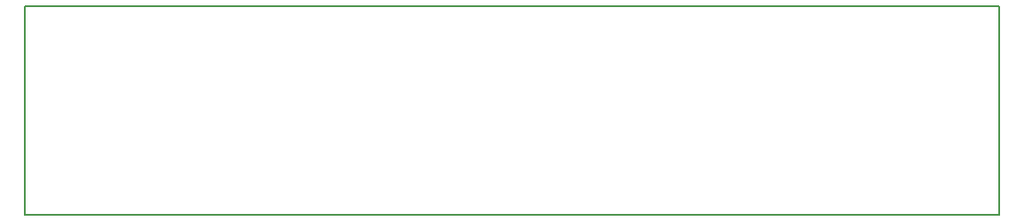
<source format=gbr>
%TF.GenerationSoftware,KiCad,Pcbnew,(5.1.10)-1*%
%TF.CreationDate,2021-05-06T00:31:15+08:00*%
%TF.ProjectId,wifivfd,77696669-7666-4642-9e6b-696361645f70,rev?*%
%TF.SameCoordinates,Original*%
%TF.FileFunction,Profile,NP*%
%FSLAX46Y46*%
G04 Gerber Fmt 4.6, Leading zero omitted, Abs format (unit mm)*
G04 Created by KiCad (PCBNEW (5.1.10)-1) date 2021-05-06 00:31:15*
%MOMM*%
%LPD*%
G01*
G04 APERTURE LIST*
%TA.AperFunction,Profile*%
%ADD10C,0.150000*%
%TD*%
G04 APERTURE END LIST*
D10*
X193000000Y-100000000D02*
X193000000Y-80000000D01*
X100000000Y-80000000D02*
X193000000Y-80000000D01*
X100000000Y-100000000D02*
X100000000Y-80000000D01*
X100000000Y-100000000D02*
X193000000Y-100000000D01*
M02*

</source>
